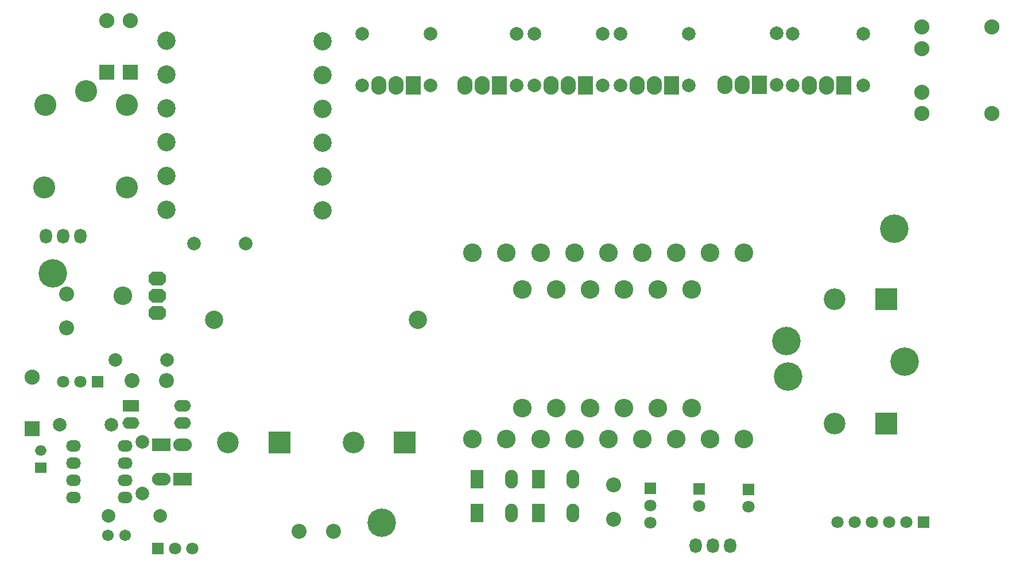
<source format=gts>
%FSLAX24Y24*%
%MOIN*%
G70*
G01*
G75*
G04 Layer_Color=8388736*
%ADD10C,0.0472*%
%ADD11C,0.0591*%
%ADD12C,0.0394*%
%ADD13C,0.0709*%
%ADD14C,0.1575*%
%ADD15C,0.0800*%
%ADD16C,0.1000*%
%ADD17R,0.0650X0.1000*%
%ADD18O,0.0650X0.1000*%
%ADD19R,0.0630X0.0630*%
%ADD20C,0.0630*%
%ADD21R,0.0800X0.1000*%
%ADD22O,0.0800X0.1000*%
%ADD23C,0.0984*%
%ADD24R,0.0800X0.0800*%
%ADD25O,0.0630X0.0787*%
%ADD26C,0.1200*%
%ADD27R,0.0630X0.0630*%
%ADD28R,0.1181X0.1181*%
%ADD29C,0.1181*%
%ADD30C,0.0787*%
%ADD31R,0.0900X0.0600*%
%ADD32O,0.0900X0.0600*%
%ADD33O,0.0787X0.0591*%
%ADD34O,0.1000X0.0650*%
%ADD35R,0.1000X0.0650*%
%ADD36C,0.0591*%
%ADD37R,0.0591X0.0512*%
%ADD38O,0.0591X0.0512*%
G04:AMPARAMS|DCode=39|XSize=70mil|YSize=90mil|CornerRadius=0mil|HoleSize=0mil|Usage=FLASHONLY|Rotation=90.000|XOffset=0mil|YOffset=0mil|HoleType=Round|Shape=Octagon|*
%AMOCTAGOND39*
4,1,8,-0.0450,-0.0175,-0.0450,0.0175,-0.0275,0.0350,0.0275,0.0350,0.0450,0.0175,0.0450,-0.0175,0.0275,-0.0350,-0.0275,-0.0350,-0.0450,-0.0175,0.0*
%
%ADD39OCTAGOND39*%

%ADD40C,0.0787*%
%ADD41C,0.1575*%
%ADD42C,0.2362*%
%ADD43C,0.1181*%
%ADD44C,0.0100*%
%ADD45C,0.0070*%
%ADD46C,0.0150*%
%ADD47C,0.0120*%
%ADD48C,0.0079*%
%ADD49C,0.0039*%
%ADD50C,0.0250*%
%ADD51C,0.0080*%
%ADD52R,0.0150X0.0550*%
%ADD53R,0.3990X0.0360*%
%ADD54R,0.1260X0.0200*%
%ADD55R,0.0550X0.0150*%
%ADD56C,0.0789*%
%ADD57C,0.1655*%
%ADD58C,0.0880*%
%ADD59C,0.1080*%
%ADD60R,0.0730X0.1080*%
%ADD61O,0.0730X0.1080*%
%ADD62R,0.0710X0.0710*%
%ADD63C,0.0710*%
%ADD64R,0.0880X0.1080*%
%ADD65O,0.0880X0.1080*%
%ADD66C,0.1064*%
%ADD67R,0.0880X0.0880*%
%ADD68O,0.0710X0.0867*%
%ADD69C,0.1280*%
%ADD70R,0.0710X0.0710*%
%ADD71R,0.1261X0.1261*%
%ADD72C,0.1261*%
%ADD73C,0.0867*%
%ADD74R,0.0980X0.0680*%
%ADD75O,0.0980X0.0680*%
%ADD76O,0.0867X0.0671*%
%ADD77O,0.1080X0.0730*%
%ADD78R,0.1080X0.0730*%
%ADD79C,0.0671*%
%ADD80R,0.0671X0.0592*%
%ADD81O,0.0671X0.0592*%
G04:AMPARAMS|DCode=82|XSize=78mil|YSize=98mil|CornerRadius=0mil|HoleSize=0mil|Usage=FLASHONLY|Rotation=90.000|XOffset=0mil|YOffset=0mil|HoleType=Round|Shape=Octagon|*
%AMOCTAGOND82*
4,1,8,-0.0490,-0.0195,-0.0490,0.0195,-0.0295,0.0390,0.0295,0.0390,0.0490,0.0195,0.0490,-0.0195,0.0295,-0.0390,-0.0295,-0.0390,-0.0490,-0.0195,0.0*
%
%ADD82OCTAGOND82*%

D56*
X35472Y29291D02*
D03*
Y32291D02*
D03*
X20472Y29291D02*
D03*
Y32291D02*
D03*
X30472Y29291D02*
D03*
Y32291D02*
D03*
X45472Y29291D02*
D03*
Y32291D02*
D03*
X10709Y20079D02*
D03*
X13709D02*
D03*
X24441Y32291D02*
D03*
Y29291D02*
D03*
X29457Y32291D02*
D03*
Y29291D02*
D03*
X34441Y32291D02*
D03*
Y29291D02*
D03*
X39457Y32291D02*
D03*
Y29291D02*
D03*
X44535Y32331D02*
D03*
Y29331D02*
D03*
X49567Y32291D02*
D03*
Y29291D02*
D03*
X9142Y13307D02*
D03*
X6142D02*
D03*
X7717Y5543D02*
D03*
Y8543D02*
D03*
X2906Y9567D02*
D03*
X5906D02*
D03*
X8748Y4252D02*
D03*
X5748D02*
D03*
D57*
X45118Y14409D02*
D03*
X45197Y12362D02*
D03*
X21614Y3858D02*
D03*
X51968Y13228D02*
D03*
X51378Y20945D02*
D03*
X2520Y18346D02*
D03*
D58*
X57047Y27638D02*
D03*
Y32677D02*
D03*
X52992Y31417D02*
D03*
Y32677D02*
D03*
Y28898D02*
D03*
Y27638D02*
D03*
X7008Y33043D02*
D03*
X5630D02*
D03*
X1299Y12335D02*
D03*
D59*
X37638Y10532D02*
D03*
X39606D02*
D03*
X35669D02*
D03*
X33701D02*
D03*
X31732D02*
D03*
X29764D02*
D03*
Y17421D02*
D03*
X31732D02*
D03*
X33701D02*
D03*
X35669D02*
D03*
X39606D02*
D03*
X37638D02*
D03*
X26890Y19547D02*
D03*
X28858D02*
D03*
X30827D02*
D03*
X32795D02*
D03*
X40669D02*
D03*
X38701D02*
D03*
X36732D02*
D03*
X34764D02*
D03*
X42638D02*
D03*
X34764Y8720D02*
D03*
X36732D02*
D03*
X38701D02*
D03*
X40669D02*
D03*
X32795D02*
D03*
X30827D02*
D03*
X28858D02*
D03*
X26890D02*
D03*
X42638D02*
D03*
X6575Y17047D02*
D03*
D60*
X30706Y4430D02*
D03*
X27132Y4430D02*
D03*
X30706Y6398D02*
D03*
X27132D02*
D03*
D61*
X32706Y4430D02*
D03*
X29132Y4430D02*
D03*
X32706Y6398D02*
D03*
X29132D02*
D03*
D62*
X40055Y5807D02*
D03*
X42913Y5787D02*
D03*
X37205Y5866D02*
D03*
D63*
X40055Y4807D02*
D03*
X42913Y4787D02*
D03*
X37205Y3866D02*
D03*
Y4866D02*
D03*
X51069Y3878D02*
D03*
X52069D02*
D03*
X50068D02*
D03*
X49068D02*
D03*
X48068D02*
D03*
X9622Y2362D02*
D03*
X10622D02*
D03*
X4118Y12047D02*
D03*
X3118D02*
D03*
D64*
X48457Y29291D02*
D03*
X43535Y29331D02*
D03*
X38457Y29291D02*
D03*
X23457D02*
D03*
X28457D02*
D03*
X33457D02*
D03*
D65*
X47457D02*
D03*
X46457D02*
D03*
X42535Y29331D02*
D03*
X41535D02*
D03*
X37457Y29291D02*
D03*
X36457D02*
D03*
X22457D02*
D03*
X21457D02*
D03*
X27457D02*
D03*
X26457D02*
D03*
X32457D02*
D03*
X31457D02*
D03*
D66*
X18183Y22026D02*
D03*
Y23994D02*
D03*
Y27931D02*
D03*
Y25963D02*
D03*
Y29900D02*
D03*
Y31869D02*
D03*
X9094Y31890D02*
D03*
Y29921D02*
D03*
Y25984D02*
D03*
Y27953D02*
D03*
Y24016D02*
D03*
Y22047D02*
D03*
X11890Y15669D02*
D03*
X23701D02*
D03*
D67*
X7008Y30043D02*
D03*
X5630D02*
D03*
X1299Y9335D02*
D03*
D68*
X41827Y2520D02*
D03*
X40827D02*
D03*
X39827D02*
D03*
X4110Y20512D02*
D03*
X3110D02*
D03*
X2110D02*
D03*
D69*
X4449Y28937D02*
D03*
X6811Y23346D02*
D03*
X2011D02*
D03*
X6811Y28150D02*
D03*
X2087D02*
D03*
D70*
X53068Y3878D02*
D03*
X8622Y2362D02*
D03*
X5118Y12047D02*
D03*
D71*
X15669Y8504D02*
D03*
X22953D02*
D03*
X50906Y9606D02*
D03*
Y16850D02*
D03*
D72*
X12677Y8504D02*
D03*
X19961D02*
D03*
X47913Y9606D02*
D03*
Y16850D02*
D03*
D73*
X18819Y3346D02*
D03*
X16811D02*
D03*
X3307Y15197D02*
D03*
Y17165D02*
D03*
X7126Y12126D02*
D03*
X9126D02*
D03*
X35079Y6063D02*
D03*
Y4063D02*
D03*
D74*
X7033Y10669D02*
D03*
D75*
Y9669D02*
D03*
X10033D02*
D03*
Y10669D02*
D03*
D76*
X6697Y8311D02*
D03*
Y7311D02*
D03*
Y6311D02*
D03*
Y5311D02*
D03*
X3697D02*
D03*
Y6311D02*
D03*
Y7311D02*
D03*
Y8311D02*
D03*
D77*
X8811Y6396D02*
D03*
X10039Y8402D02*
D03*
D78*
X8811Y8396D02*
D03*
X10039Y6402D02*
D03*
D79*
X6720Y3110D02*
D03*
X5720D02*
D03*
D80*
X1811Y7059D02*
D03*
D81*
Y8059D02*
D03*
D82*
X8575Y16047D02*
D03*
Y17047D02*
D03*
Y18047D02*
D03*
M02*

</source>
